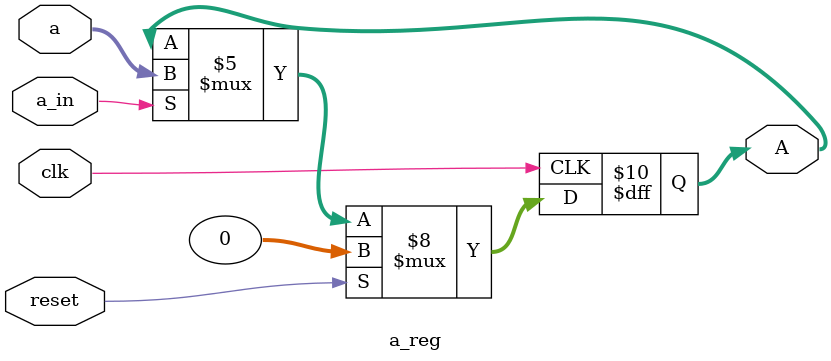
<source format=v>
module a_reg(clk, reset, a_in, a, A);

  input clk, reset, a_in;
  input [31 : 0] a;
  output reg [31 : 0] A = 0;

  // Your code begins here
always @(posedge clk) 
	begin 
		if(reset == 1) begin 
			A <= 0; 
		end else if(a_in == 1) begin
		 	A <= a; 
		end /*else begin 
			A <= 0; 
		end */
	end 
endmodule

</source>
